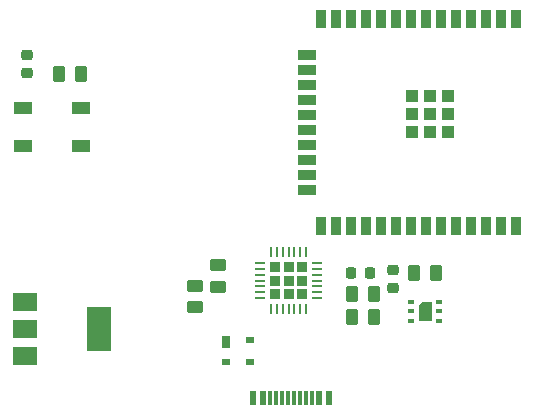
<source format=gbr>
%TF.GenerationSoftware,KiCad,Pcbnew,7.0.9-7.0.9~ubuntu22.04.1*%
%TF.CreationDate,2023-12-02T23:02:12+03:00*%
%TF.ProjectId,air-detector,6169722d-6465-4746-9563-746f722e6b69,rev?*%
%TF.SameCoordinates,Original*%
%TF.FileFunction,Paste,Top*%
%TF.FilePolarity,Positive*%
%FSLAX46Y46*%
G04 Gerber Fmt 4.6, Leading zero omitted, Abs format (unit mm)*
G04 Created by KiCad (PCBNEW 7.0.9-7.0.9~ubuntu22.04.1) date 2023-12-02 23:02:12*
%MOMM*%
%LPD*%
G01*
G04 APERTURE LIST*
G04 Aperture macros list*
%AMRoundRect*
0 Rectangle with rounded corners*
0 $1 Rounding radius*
0 $2 $3 $4 $5 $6 $7 $8 $9 X,Y pos of 4 corners*
0 Add a 4 corners polygon primitive as box body*
4,1,4,$2,$3,$4,$5,$6,$7,$8,$9,$2,$3,0*
0 Add four circle primitives for the rounded corners*
1,1,$1+$1,$2,$3*
1,1,$1+$1,$4,$5*
1,1,$1+$1,$6,$7*
1,1,$1+$1,$8,$9*
0 Add four rect primitives between the rounded corners*
20,1,$1+$1,$2,$3,$4,$5,0*
20,1,$1+$1,$4,$5,$6,$7,0*
20,1,$1+$1,$6,$7,$8,$9,0*
20,1,$1+$1,$8,$9,$2,$3,0*%
G04 Aperture macros list end*
%ADD10C,0.010000*%
%ADD11RoundRect,0.250000X-0.262500X-0.450000X0.262500X-0.450000X0.262500X0.450000X-0.262500X0.450000X0*%
%ADD12RoundRect,0.225000X-0.250000X0.225000X-0.250000X-0.225000X0.250000X-0.225000X0.250000X0.225000X0*%
%ADD13RoundRect,0.225000X0.250000X-0.225000X0.250000X0.225000X-0.250000X0.225000X-0.250000X-0.225000X0*%
%ADD14RoundRect,0.250000X0.450000X-0.262500X0.450000X0.262500X-0.450000X0.262500X-0.450000X-0.262500X0*%
%ADD15R,2.000000X1.500000*%
%ADD16R,2.000000X3.800000*%
%ADD17RoundRect,0.225000X0.225000X-0.225000X0.225000X0.225000X-0.225000X0.225000X-0.225000X-0.225000X0*%
%ADD18RoundRect,0.062500X0.062500X-0.337500X0.062500X0.337500X-0.062500X0.337500X-0.062500X-0.337500X0*%
%ADD19RoundRect,0.062500X0.337500X-0.062500X0.337500X0.062500X-0.337500X0.062500X-0.337500X-0.062500X0*%
%ADD20R,0.550000X0.400000*%
%ADD21RoundRect,0.225000X-0.225000X-0.250000X0.225000X-0.250000X0.225000X0.250000X-0.225000X0.250000X0*%
%ADD22R,0.600000X1.160000*%
%ADD23R,0.300000X1.160000*%
%ADD24RoundRect,0.250000X-0.450000X0.262500X-0.450000X-0.262500X0.450000X-0.262500X0.450000X0.262500X0*%
%ADD25R,0.700000X1.000000*%
%ADD26R,0.700000X0.600000*%
%ADD27R,1.500000X1.000000*%
%ADD28RoundRect,0.250000X0.262500X0.450000X-0.262500X0.450000X-0.262500X-0.450000X0.262500X-0.450000X0*%
%ADD29R,0.900000X1.500000*%
%ADD30R,1.500000X0.900000*%
%ADD31R,1.050000X1.050000*%
G04 APERTURE END LIST*
%TO.C,U10*%
D10*
X102275000Y-75470000D02*
X101225000Y-75470000D01*
X101225000Y-74270000D01*
X101525000Y-73970000D01*
X102275000Y-73970000D01*
X102275000Y-75470000D01*
G36*
X102275000Y-75470000D02*
G01*
X101225000Y-75470000D01*
X101225000Y-74270000D01*
X101525000Y-73970000D01*
X102275000Y-73970000D01*
X102275000Y-75470000D01*
G37*
%TD*%
D11*
%TO.C,R19*%
X70787500Y-54600000D03*
X72612500Y-54600000D03*
%TD*%
D12*
%TO.C,C22*%
X68100000Y-53025000D03*
X68100000Y-54575000D03*
%TD*%
D13*
%TO.C,C19*%
X99036750Y-72745000D03*
X99036750Y-71195000D03*
%TD*%
D14*
%TO.C,R28*%
X82250000Y-74382500D03*
X82250000Y-72557500D03*
%TD*%
D15*
%TO.C,U14*%
X67850000Y-73920000D03*
X67850000Y-76220000D03*
D16*
X74150000Y-76220000D03*
D15*
X67850000Y-78520000D03*
%TD*%
D17*
%TO.C,U13*%
X89080000Y-73240000D03*
X90200000Y-73240000D03*
X91320000Y-73240000D03*
X89080000Y-72120000D03*
X90200000Y-72120000D03*
X91320000Y-72120000D03*
X89080000Y-71000000D03*
X90200000Y-71000000D03*
X91320000Y-71000000D03*
D18*
X88700000Y-74570000D03*
X89200000Y-74570000D03*
X89700000Y-74570000D03*
X90200000Y-74570000D03*
X90700000Y-74570000D03*
X91200000Y-74570000D03*
X91700000Y-74570000D03*
D19*
X92650000Y-73620000D03*
X92650000Y-73120000D03*
X92650000Y-72620000D03*
X92650000Y-72120000D03*
X92650000Y-71620000D03*
X92650000Y-71120000D03*
X92650000Y-70620000D03*
D18*
X91700000Y-69670000D03*
X91200000Y-69670000D03*
X90700000Y-69670000D03*
X90200000Y-69670000D03*
X89700000Y-69670000D03*
X89200000Y-69670000D03*
X88700000Y-69670000D03*
D19*
X87750000Y-70620000D03*
X87750000Y-71120000D03*
X87750000Y-71620000D03*
X87750000Y-72120000D03*
X87750000Y-72620000D03*
X87750000Y-73120000D03*
X87750000Y-73620000D03*
%TD*%
D20*
%TO.C,U10*%
X100600000Y-73920000D03*
X100600000Y-74720000D03*
X100600000Y-75520000D03*
X102900000Y-75520000D03*
X102900000Y-74720000D03*
X102900000Y-73920000D03*
%TD*%
D21*
%TO.C,C27*%
X95525000Y-71470000D03*
X97075000Y-71470000D03*
%TD*%
D22*
%TO.C,J9*%
X87200000Y-82090000D03*
X88000000Y-82090000D03*
D23*
X89150000Y-82090000D03*
X90150000Y-82090000D03*
X90650000Y-82090000D03*
X91650000Y-82090000D03*
D22*
X92800000Y-82090000D03*
X93600000Y-82090000D03*
X93600000Y-82090000D03*
X92800000Y-82090000D03*
D23*
X92150000Y-82090000D03*
X91150000Y-82090000D03*
X89650000Y-82090000D03*
X88650000Y-82090000D03*
D22*
X88000000Y-82090000D03*
X87200000Y-82090000D03*
%TD*%
D24*
%TO.C,R27*%
X84250000Y-70807500D03*
X84250000Y-72632500D03*
%TD*%
D25*
%TO.C,D9*%
X84900000Y-77350000D03*
D26*
X84900000Y-79050000D03*
X86900000Y-79050000D03*
X86900000Y-77150000D03*
%TD*%
D27*
%TO.C,D4*%
X72595000Y-60755000D03*
X72595000Y-57555000D03*
X67695000Y-57555000D03*
X67695000Y-60755000D03*
%TD*%
D11*
%TO.C,R25*%
X95587500Y-73220000D03*
X97412500Y-73220000D03*
%TD*%
D28*
%TO.C,R24*%
X97412500Y-75220000D03*
X95587500Y-75220000D03*
%TD*%
D29*
%TO.C,U15*%
X109500000Y-49970000D03*
X108230000Y-49970000D03*
X106960000Y-49970000D03*
X105690000Y-49970000D03*
X104420000Y-49970000D03*
X103150000Y-49970000D03*
X101880000Y-49970000D03*
X100610000Y-49970000D03*
X99340000Y-49970000D03*
X98070000Y-49970000D03*
X96800000Y-49970000D03*
X95530000Y-49970000D03*
X94260000Y-49970000D03*
X92990000Y-49970000D03*
D30*
X91740000Y-53010000D03*
X91740000Y-54280000D03*
X91740000Y-55550000D03*
X91740000Y-56820000D03*
X91740000Y-58090000D03*
X91740000Y-59360000D03*
X91740000Y-60630000D03*
X91740000Y-61900000D03*
X91740000Y-63170000D03*
X91740000Y-64440000D03*
D29*
X92990000Y-67470000D03*
X94260000Y-67470000D03*
X95530000Y-67470000D03*
X96800000Y-67470000D03*
X98070000Y-67470000D03*
X99340000Y-67470000D03*
X100610000Y-67470000D03*
X101880000Y-67470000D03*
X103150000Y-67470000D03*
X104420000Y-67470000D03*
X105690000Y-67470000D03*
X106960000Y-67470000D03*
X108230000Y-67470000D03*
X109500000Y-67470000D03*
D31*
X103685000Y-56515000D03*
X102160000Y-56515000D03*
X100635000Y-56515000D03*
X103685000Y-58040000D03*
X102160000Y-58040000D03*
X100635000Y-58040000D03*
X103685000Y-59565000D03*
X102160000Y-59565000D03*
X100635000Y-59565000D03*
%TD*%
D28*
%TO.C,R16*%
X102662500Y-71470000D03*
X100837500Y-71470000D03*
%TD*%
M02*

</source>
